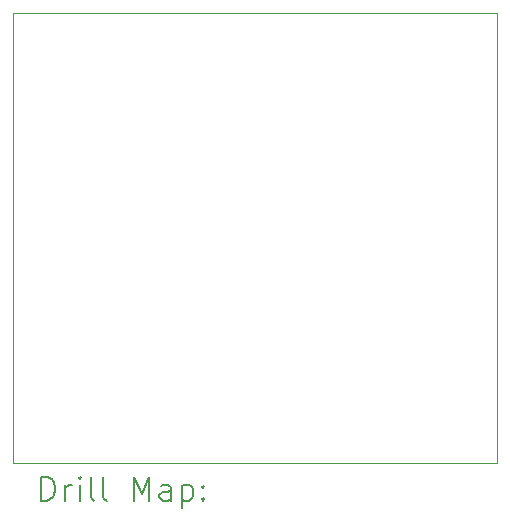
<source format=gbr>
%TF.GenerationSoftware,KiCad,Pcbnew,7.0.2*%
%TF.CreationDate,2023-05-17T08:13:25+02:00*%
%TF.ProjectId,5V DC Smart Socket,35562044-4320-4536-9d61-727420536f63,rev?*%
%TF.SameCoordinates,Original*%
%TF.FileFunction,Drillmap*%
%TF.FilePolarity,Positive*%
%FSLAX45Y45*%
G04 Gerber Fmt 4.5, Leading zero omitted, Abs format (unit mm)*
G04 Created by KiCad (PCBNEW 7.0.2) date 2023-05-17 08:13:25*
%MOMM*%
%LPD*%
G01*
G04 APERTURE LIST*
%ADD10C,0.100000*%
%ADD11C,0.200000*%
G04 APERTURE END LIST*
D10*
X14751900Y-5907000D02*
X18851900Y-5907000D01*
X18851900Y-9718000D01*
X14751900Y-9718000D01*
X14751900Y-5907000D01*
D11*
X14994519Y-10035524D02*
X14994519Y-9835524D01*
X14994519Y-9835524D02*
X15042138Y-9835524D01*
X15042138Y-9835524D02*
X15070709Y-9845048D01*
X15070709Y-9845048D02*
X15089757Y-9864095D01*
X15089757Y-9864095D02*
X15099281Y-9883143D01*
X15099281Y-9883143D02*
X15108805Y-9921238D01*
X15108805Y-9921238D02*
X15108805Y-9949810D01*
X15108805Y-9949810D02*
X15099281Y-9987905D01*
X15099281Y-9987905D02*
X15089757Y-10006952D01*
X15089757Y-10006952D02*
X15070709Y-10026000D01*
X15070709Y-10026000D02*
X15042138Y-10035524D01*
X15042138Y-10035524D02*
X14994519Y-10035524D01*
X15194519Y-10035524D02*
X15194519Y-9902190D01*
X15194519Y-9940286D02*
X15204043Y-9921238D01*
X15204043Y-9921238D02*
X15213567Y-9911714D01*
X15213567Y-9911714D02*
X15232614Y-9902190D01*
X15232614Y-9902190D02*
X15251662Y-9902190D01*
X15318328Y-10035524D02*
X15318328Y-9902190D01*
X15318328Y-9835524D02*
X15308805Y-9845048D01*
X15308805Y-9845048D02*
X15318328Y-9854571D01*
X15318328Y-9854571D02*
X15327852Y-9845048D01*
X15327852Y-9845048D02*
X15318328Y-9835524D01*
X15318328Y-9835524D02*
X15318328Y-9854571D01*
X15442138Y-10035524D02*
X15423090Y-10026000D01*
X15423090Y-10026000D02*
X15413567Y-10006952D01*
X15413567Y-10006952D02*
X15413567Y-9835524D01*
X15546900Y-10035524D02*
X15527852Y-10026000D01*
X15527852Y-10026000D02*
X15518328Y-10006952D01*
X15518328Y-10006952D02*
X15518328Y-9835524D01*
X15775471Y-10035524D02*
X15775471Y-9835524D01*
X15775471Y-9835524D02*
X15842138Y-9978381D01*
X15842138Y-9978381D02*
X15908805Y-9835524D01*
X15908805Y-9835524D02*
X15908805Y-10035524D01*
X16089757Y-10035524D02*
X16089757Y-9930762D01*
X16089757Y-9930762D02*
X16080233Y-9911714D01*
X16080233Y-9911714D02*
X16061186Y-9902190D01*
X16061186Y-9902190D02*
X16023090Y-9902190D01*
X16023090Y-9902190D02*
X16004043Y-9911714D01*
X16089757Y-10026000D02*
X16070709Y-10035524D01*
X16070709Y-10035524D02*
X16023090Y-10035524D01*
X16023090Y-10035524D02*
X16004043Y-10026000D01*
X16004043Y-10026000D02*
X15994519Y-10006952D01*
X15994519Y-10006952D02*
X15994519Y-9987905D01*
X15994519Y-9987905D02*
X16004043Y-9968857D01*
X16004043Y-9968857D02*
X16023090Y-9959333D01*
X16023090Y-9959333D02*
X16070709Y-9959333D01*
X16070709Y-9959333D02*
X16089757Y-9949810D01*
X16184995Y-9902190D02*
X16184995Y-10102190D01*
X16184995Y-9911714D02*
X16204043Y-9902190D01*
X16204043Y-9902190D02*
X16242138Y-9902190D01*
X16242138Y-9902190D02*
X16261186Y-9911714D01*
X16261186Y-9911714D02*
X16270709Y-9921238D01*
X16270709Y-9921238D02*
X16280233Y-9940286D01*
X16280233Y-9940286D02*
X16280233Y-9997429D01*
X16280233Y-9997429D02*
X16270709Y-10016476D01*
X16270709Y-10016476D02*
X16261186Y-10026000D01*
X16261186Y-10026000D02*
X16242138Y-10035524D01*
X16242138Y-10035524D02*
X16204043Y-10035524D01*
X16204043Y-10035524D02*
X16184995Y-10026000D01*
X16365948Y-10016476D02*
X16375471Y-10026000D01*
X16375471Y-10026000D02*
X16365948Y-10035524D01*
X16365948Y-10035524D02*
X16356424Y-10026000D01*
X16356424Y-10026000D02*
X16365948Y-10016476D01*
X16365948Y-10016476D02*
X16365948Y-10035524D01*
X16365948Y-9911714D02*
X16375471Y-9921238D01*
X16375471Y-9921238D02*
X16365948Y-9930762D01*
X16365948Y-9930762D02*
X16356424Y-9921238D01*
X16356424Y-9921238D02*
X16365948Y-9911714D01*
X16365948Y-9911714D02*
X16365948Y-9930762D01*
M02*

</source>
